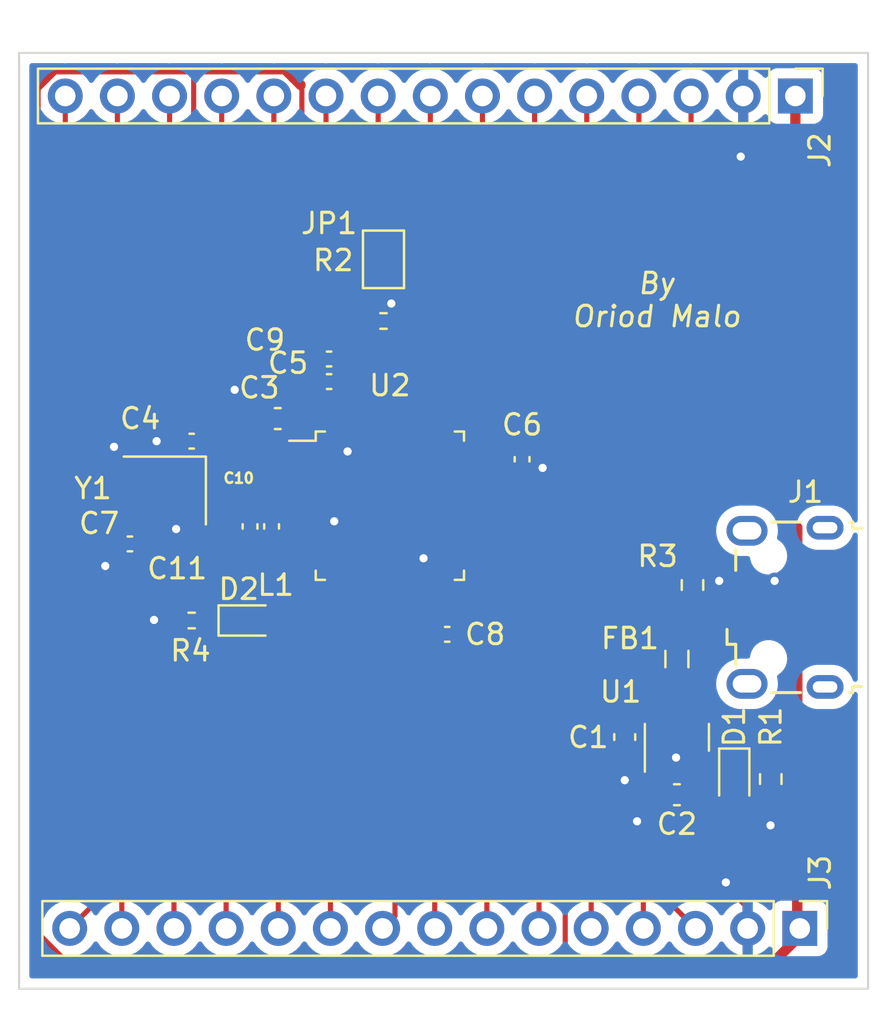
<source format=kicad_pcb>
(kicad_pcb (version 20211014) (generator pcbnew)
  (layers (0 "F.Cu" signal) (31 "B.Cu" power) (34 "B.Paste" user) (35 "F.Paste" user) (36 "B.SilkS" user "B.Silkscreen") (37 "F.SilkS" user "F.Silkscreen") (38 "B.Mask" user) (39 "F.Mask" user) (44 "Edge.Cuts" user))
  (net 0 "")
  (net 1 "VCC")
  (net 2 "GND")
  (net 3 "+3.3V")
  (net 4 "/HSE_IN")
  (net 5 "/HSE_OUT")
  (net 6 "+3.3VA")
  (net 7 "Net-(D1-Pad1)")
  (net 8 "Net-(D2-Pad1)")
  (net 9 "Net-(D2-Pad2)")
  (net 10 "+5V")
  (net 11 "USB_D-")
  (net 12 "USB_D+")
  (net 14 "SWDIO")
  (net 15 "SWCLK")
  (net 16 "PA15")
  (net 17 "SW0")
  (net 18 "PB4")
  (net 19 "PB5")
  (net 20 "PB6")
  (net 21 "PB7")
  (net 22 "PB8")
  (net 23 "PB9")
  (net 24 "PC13")
  (net 25 "PC14")
  (net 26 "PA10")
  (net 27 "PA9")
  (net 28 "PA8")
  (net 29 "PB11")
  (net 30 "PB10")
  (net 31 "PB2")
  (net 32 "PB1")
  (net 33 "PB0")
  (net 34 "PA7")
  (net 35 "PA6")
  (net 36 "PA5")
  (net 37 "PA4")
  (net 38 "PA3")
  (net 46 "/BOOT0")
  (net 47 "PC15")
  (footprint "Package_TO_SOT_SMD:SOT-23" (layer "F.Cu") (at 176.54 90.013 90)
    (fp_text reference "U1" (at 2.213 -2.74 180) (layer "F.SilkS"))
    (fp_text value "XC6206PxxxMR")
    (fp_line (start 0 1.56) (end -0.65 1.56) (layer "F.SilkS") (width 0.12))
    (fp_line (start 0 -1.56) (end -1.675 -1.56) (layer "F.SilkS") (width 0.12))
    (fp_line (start 0 1.56) (end 0.65 1.56) (layer "F.SilkS") (width 0.12))
    (fp_line (start 0 -1.56) (end 0.65 -1.56) (layer "F.SilkS") (width 0.12))
    (pad "1" smd roundrect (at -0.9375 -0.95 90) (size 1.475 0.6) (layers "F.Cu" "F.Paste" "F.Mask") (net 2 "GND"))
    (pad "2" smd roundrect (at -0.9375 0.95 90) (size 1.475 0.6) (layers "F.Cu" "F.Paste" "F.Mask") (net 3 "+3.3V"))
    (pad "3" smd roundrect (at 0.9375 0 90) (size 1.475 0.6) (layers "F.Cu" "F.Paste" "F.Mask") (net 1 "VCC"))
  )
  (footprint "LED_SMD:LED_0603_1608Metric" (layer "F.Cu") (at 179.334 92.045 -90)
    (fp_text reference "D1" (at -2.54 0 90) (layer "F.SilkS"))
    (fp_text value "GREEN")
    (fp_line (start -1.485 0.735) (end 0.8 0.735) (layer "F.SilkS") (width 0.12))
    (fp_line (start -1.485 -0.735) (end -1.485 0.735) (layer "F.SilkS") (width 0.12))
    (fp_line (start 0.8 -0.735) (end -1.485 -0.735) (layer "F.SilkS") (width 0.12))
    (pad "1" smd roundrect (at -0.7875 0 270) (size 0.875 0.95) (layers "F.Cu" "F.Paste" "F.Mask") (net 7 "Net-(D1-Pad1)"))
    (pad "2" smd roundrect (at 0.7875 0 270) (size 0.875 0.95) (layers "F.Cu" "F.Paste" "F.Mask") (net 3 "+3.3V"))
  )
  (footprint "Capacitor_SMD:C_0603_1608Metric" (layer "F.Cu") (at 157.1 74.5 180)
    (fp_text reference "C3" (at 0.9 1.5) (layer "F.SilkS"))
    (fp_text value "4u7")
    (fp_line (start -0.14058 -0.51) (end 0.14058 -0.51) (layer "F.SilkS") (width 0.12))
    (fp_line (start -0.14058 0.51) (end 0.14058 0.51) (layer "F.SilkS") (width 0.12))
    (pad "1" smd roundrect (at -0.775 0 180) (size 0.9 0.95) (layers "F.Cu" "F.Paste" "F.Mask") (net 3 "+3.3V"))
    (pad "2" smd roundrect (at 0.775 0 180) (size 0.9 0.95) (layers "F.Cu" "F.Paste" "F.Mask") (net 2 "GND"))
  )
  (footprint "Inductor_SMD:L_0805_2012Metric" (layer "F.Cu") (at 176.54 86.203 -90)
    (fp_text reference "FB1" (at -1.003 2.286 180) (layer "F.SilkS"))
    (fp_text value "100R")
    (fp_line (start -0.399622 0.56) (end 0.399622 0.56) (layer "F.SilkS") (width 0.12))
    (fp_line (start -0.399622 -0.56) (end 0.399622 -0.56) (layer "F.SilkS") (width 0.12))
    (pad "1" smd roundrect (at -1.0625 0 270) (size 0.875 1.2) (layers "F.Cu" "F.Paste" "F.Mask") (net 10 "+5V"))
    (pad "2" smd roundrect (at 1.0625 0 270) (size 0.875 1.2) (layers "F.Cu" "F.Paste" "F.Mask") (net 1 "VCC"))
  )
  (footprint "Crystal:Crystal_SMD_3225-4Pin_3.2x2.5mm" (layer "F.Cu") (at 151.6 78 180)
    (fp_text reference "Y1" (at 3.5 0.1) (layer "F.SilkS"))
    (fp_text value "16MHz")
    (fp_line (start -2 -1.65) (end -2 1.65) (layer "F.SilkS") (width 0.12))
    (fp_line (start -2 1.65) (end 2 1.65) (layer "F.SilkS") (width 0.12))
    (pad "1" smd rect (at -1.1 0.85 180) (size 1.4 1.2) (layers "F.Cu" "F.Paste" "F.Mask") (net 4 "/HSE_IN"))
    (pad "2" smd rect (at 1.1 0.85 180) (size 1.4 1.2) (layers "F.Cu" "F.Paste" "F.Mask") (net 2 "GND"))
    (pad "3" smd rect (at 1.1 -0.85 180) (size 1.4 1.2) (layers "F.Cu" "F.Paste" "F.Mask") (net 5 "/HSE_OUT"))
    (pad "4" smd rect (at -1.1 -0.85 180) (size 1.4 1.2) (layers "F.Cu" "F.Paste" "F.Mask") (net 2 "GND"))
  )
  (footprint "Capacitor_SMD:C_0402_1005Metric" (layer "F.Cu") (at 159.6 72.7)
    (fp_text reference "C5" (at -2 -0.9) (layer "F.SilkS"))
    (fp_text value "100n")
    (fp_line (start -0.107836 0.36) (end 0.107836 0.36) (layer "F.SilkS") (width 0.12))
    (fp_line (start -0.107836 -0.36) (end 0.107836 -0.36) (layer "F.SilkS") (width 0.12))
    (pad "1" smd roundrect (at -0.48 0) (size 0.56 0.62) (layers "F.Cu" "F.Paste" "F.Mask") (net 3 "+3.3V"))
    (pad "2" smd roundrect (at 0.48 0) (size 0.56 0.62) (layers "F.Cu" "F.Paste" "F.Mask") (net 2 "GND"))
  )
  (footprint "Connector_PinHeader_2.54mm:PinHeader_1x15_P2.54mm_Vertical" (layer "F.Cu") (at 182.31 58.8 -90)
    (fp_text reference "J2" (at 2.64 -1.19 90) (layer "F.SilkS"))
    (fp_text value "Conn_01x15")
    (fp_line (start 1.33 1.27) (end 1.33 36.89) (layer "F.SilkS") (width 0.12))
    (fp_line (start -1.33 -1.33) (end 0 -1.33) (layer "F.SilkS") (width 0.12))
    (fp_line (start -1.33 36.89) (end 1.33 36.89) (layer "F.SilkS") (width 0.12))
    (fp_line (start -1.33 1.27) (end -1.33 36.89) (layer "F.SilkS") (width 0.12))
    (fp_line (start -1.33 0) (end -1.33 -1.33) (layer "F.SilkS") (width 0.12))
    (fp_line (start -1.33 1.27) (end 1.33 1.27) (layer "F.SilkS") (width 0.12))
    (pad "1" thru_hole rect (at 0 0 270) (size 1.7 1.7) (drill 1) (layers *.Cu *.Mask) (net 3 "+3.3V"))
    (pad "2" thru_hole oval (at 0 2.54 270) (size 1.7 1.7) (drill 1) (layers *.Cu *.Mask) (net 2 "GND"))
    (pad "3" thru_hole oval (at 0 5.08 270) (size 1.7 1.7) (drill 1) (layers *.Cu *.Mask) (net 14 "SWDIO"))
    (pad "4" thru_hole oval (at 0 7.62 270) (size 1.7 1.7) (drill 1) (layers *.Cu *.Mask) (net 15 "SWCLK"))
    (pad "5" thru_hole oval (at 0 10.16 270) (size 1.7 1.7) (drill 1) (layers *.Cu *.Mask) (net 16 "PA15"))
    (pad "6" thru_hole oval (at 0 12.7 270) (size 1.7 1.7) (drill 1) (layers *.Cu *.Mask) (net 17 "SW0"))
    (pad "7" thru_hole oval (at 0 15.24 270) (size 1.7 1.7) (drill 1) (layers *.Cu *.Mask) (net 18 "PB4"))
    (pad "8" thru_hole oval (at 0 17.78 270) (size 1.7 1.7) (drill 1) (layers *.Cu *.Mask) (net 19 "PB5"))
    (pad "9" thru_hole oval (at 0 20.32 270) (size 1.7 1.7) (drill 1) (layers *.Cu *.Mask) (net 20 "PB6"))
    (pad "10" thru_hole oval (at 0 22.86 270) (size 1.7 1.7) (drill 1) (layers *.Cu *.Mask) (net 21 "PB7"))
    (pad "11" thru_hole oval (at 0 25.4 270) (size 1.7 1.7) (drill 1) (layers *.Cu *.Mask) (net 22 "PB8"))
    (pad "12" thru_hole oval (at 0 27.94 270) (size 1.7 1.7) (drill 1) (layers *.Cu *.Mask) (net 23 "PB9"))
    (pad "13" thru_hole oval (at 0 30.48 270) (size 1.7 1.7) (drill 1) (layers *.Cu *.Mask) (net 24 "PC13"))
    (pad "14" thru_hole oval (at 0 33.02 270) (size 1.7 1.7) (drill 1) (layers *.Cu *.Mask) (net 25 "PC14"))
    (pad "15" thru_hole oval (at 0 35.56 270) (size 1.7 1.7) (drill 1) (layers *.Cu *.Mask) (net 47 "PC15"))
  )
  (footprint "Capacitor_SMD:C_0603_1608Metric" (layer "F.Cu") (at 174 90 -90)
    (fp_text reference "C1" (at 0.013 1.778 180) (layer "F.SilkS"))
    (fp_text value "1u")
    (fp_line (start -0.14058 0.51) (end 0.14058 0.51) (layer "F.SilkS") (width 0.12))
    (fp_line (start -0.14058 -0.51) (end 0.14058 -0.51) (layer "F.SilkS") (width 0.12))
    (pad "1" smd roundrect (at -0.775 0 270) (size 0.9 0.95) (layers "F.Cu" "F.Paste" "F.Mask") (net 1 "VCC"))
    (pad "2" smd roundrect (at 0.775 0 270) (size 0.9 0.95) (layers "F.Cu" "F.Paste" "F.Mask") (net 2 "GND"))
  )
  (footprint "Capacitor_SMD:C_0402_1005Metric" (layer "F.Cu") (at 169 76.48 -90)
    (fp_text reference "C6" (at -1.68 0 180) (layer "F.SilkS"))
    (fp_text value "100n")
    (fp_line (start -0.107836 0.36) (end 0.107836 0.36) (layer "F.SilkS") (width 0.12))
    (fp_line (start -0.107836 -0.36) (end 0.107836 -0.36) (layer "F.SilkS") (width 0.12))
    (pad "1" smd roundrect (at -0.48 0 270) (size 0.56 0.62) (layers "F.Cu" "F.Paste" "F.Mask") (net 3 "+3.3V"))
    (pad "2" smd roundrect (at 0.48 0 270) (size 0.56 0.62) (layers "F.Cu" "F.Paste" "F.Mask") (net 2 "GND"))
  )
  (footprint "Capacitor_SMD:C_0402_1005Metric" (layer "F.Cu") (at 156.8 79.75 90)
    (fp_text reference "C10" (at 2.35 -1.6 180) (layer "F.SilkS") (effects (font (size 0.5 0.5) (thickness 0.125))))
    (fp_text value "1u")
    (fp_line (start -0.107836 0.36) (end 0.107836 0.36) (layer "F.SilkS") (width 0.12))
    (fp_line (start -0.107836 -0.36) (end 0.107836 -0.36) (layer "F.SilkS") (width 0.12))
    (pad "1" smd roundrect (at -0.48 0 90) (size 0.56 0.62) (layers "F.Cu" "F.Paste" "F.Mask") (net 6 "+3.3VA"))
    (pad "2" smd roundrect (at 0.48 0 90) (size 0.56 0.62) (layers "F.Cu" "F.Paste" "F.Mask") (net 2 "GND"))
  )
  (footprint "Capacitor_SMD:C_0402_1005Metric" (layer "F.Cu") (at 155.75 79.75 90)
    (fp_text reference "C11" (at -2.05 -3.55 180) (layer "F.SilkS"))
    (fp_text value "100n")
    (fp_line (start -0.107836 0.36) (end 0.107836 0.36) (layer "F.SilkS") (width 0.12))
    (fp_line (start -0.107836 -0.36) (end 0.107836 -0.36) (layer "F.SilkS") (width 0.12))
    (pad "1" smd roundrect (at -0.48 0 90) (size 0.56 0.62) (layers "F.Cu" "F.Paste" "F.Mask") (net 6 "+3.3VA"))
    (pad "2" smd roundrect (at 0.48 0 90) (size 0.56 0.62) (layers "F.Cu" "F.Paste" "F.Mask") (net 2 "GND"))
  )
  (footprint "Resistor_SMD:R_0603_1608Metric" (layer "F.Cu") (at 177.3 82.6 -90)
    (fp_text reference "R3" (at -1.4 1.7 180) (layer "F.SilkS"))
    (fp_text value "1k5")
    (fp_line (start -0.237258 0.5225) (end 0.237258 0.5225) (layer "F.SilkS") (width 0.12))
    (fp_line (start -0.237258 -0.5225) (end 0.237258 -0.5225) (layer "F.SilkS") (width 0.12))
    (pad "1" smd roundrect (at -0.825 0 270) (size 0.8 0.95) (layers "F.Cu" "F.Paste" "F.Mask") (net 3 "+3.3V"))
    (pad "2" smd roundrect (at 0.825 0 270) (size 0.8 0.95) (layers "F.Cu" "F.Paste" "F.Mask") (net 12 "USB_D+"))
  )
  (footprint "Capacitor_SMD:C_0603_1608Metric" (layer "F.Cu") (at 176.54 92.807 180)
    (fp_text reference "C2" (at 0 -1.43) (layer "F.SilkS"))
    (fp_text value "1u")
    (fp_line (start -0.14058 0.51) (end 0.14058 0.51) (layer "F.SilkS") (width 0.12))
    (fp_line (start -0.14058 -0.51) (end 0.14058 -0.51) (layer "F.SilkS") (width 0.12))
    (pad "1" smd roundrect (at -0.775 0 180) (size 0.9 0.95) (layers "F.Cu" "F.Paste" "F.Mask") (net 3 "+3.3V"))
    (pad "2" smd roundrect (at 0.775 0 180) (size 0.9 0.95) (layers "F.Cu" "F.Paste" "F.Mask") (net 2 "GND"))
  )
  (footprint "Capacitor_SMD:C_0402_1005Metric" (layer "F.Cu") (at 165.354 85 180)
    (fp_text reference "C8" (at -1.846 0) (layer "F.SilkS"))
    (fp_text value "100n")
    (fp_line (start -0.107836 0.36) (end 0.107836 0.36) (layer "F.SilkS") (width 0.12))
    (fp_line (start -0.107836 -0.36) (end 0.107836 -0.36) (layer "F.SilkS") (width 0.12))
    (pad "1" smd roundrect (at -0.48 0 180) (size 0.56 0.62) (layers "F.Cu" "F.Paste" "F.Mask") (net 3 "+3.3V"))
    (pad "2" smd roundrect (at 0.48 0 180) (size 0.56 0.62) (layers "F.Cu" "F.Paste" "F.Mask") (net 2 "GND"))
  )
  (footprint "Resistor_SMD:R_0402_1005Metric" (layer "F.Cu") (at 152.908 84.328 180)
    (fp_text reference "R4" (at 0.058 -1.472) (layer "F.SilkS"))
    (fp_text value "1k5")
    (fp_line (start -0.153641 -0.38) (end 0.153641 -0.38) (layer "F.SilkS") (width 0.12))
    (fp_line (start -0.153641 0.38) (end 0.153641 0.38) (layer "F.SilkS") (width 0.12))
    (pad "1" smd roundrect (at -0.51 0 180) (size 0.54 0.64) (layers "F.Cu" "F.Paste" "F.Mask") (net 8 "Net-(D2-Pad1)"))
    (pad "2" smd roundrect (at 0.51 0 180) (size 0.54 0.64) (layers "F.Cu" "F.Paste" "F.Mask") (net 2 "GND"))
  )
  (footprint "Package_QFP:LQFP-48_7x7mm_P0.5mm" (layer "F.Cu") (at 162.56 78.74)
    (fp_text reference "U2" (at 0 -5.85) (layer "F.SilkS"))
    (fp_text value "STM32F103C8T6")
    (fp_line (start -3.16 3.61) (end -3.61 3.61) (layer "F.SilkS") (width 0.12))
    (fp_line (start 3.16 3.61) (end 3.61 3.61) (layer "F.SilkS") (width 0.12))
    (fp_line (start -3.61 -3.16) (end -4.9 -3.16) (layer "F.SilkS") (width 0.12))
    (fp_line (start 3.61 3.61) (end 3.61 3.16) (layer "F.SilkS") (width 0.12))
    (fp_line (start -3.61 -3.61) (end -3.61 -3.16) (layer "F.SilkS") (width 0.12))
    (fp_line (start -3.61 3.61) (end -3.61 3.16) (layer "F.SilkS") (width 0.12))
    (fp_line (start 3.16 -3.61) (end 3.61 -3.61) (layer "F.SilkS") (width 0.12))
    (fp_line (start -3.16 -3.61) (end -3.61 -3.61) (layer "F.SilkS") (width 0.12))
    (fp_line (start 3.61 -3.61) (end 3.61 -3.16) (layer "F.SilkS") (width 0.12))
    (pad "1" smd roundrect (at -4.1625 -2.75) (size 1.475 0.3) (layers "F.Cu" "F.Paste" "F.Mask") (net 3 "+3.3V"))
    (pad "2" smd roundrect (at -4.1625 -2.25) (size 1.475 0.3) (layers "F.Cu" "F.Paste" "F.Mask") (net 24 "PC13"))
    (pad "3" smd roundrect (at -4.1625 -1.75) (size 1.475 0.3) (layers "F.Cu" "F.Paste" "F.Mask") (net 25 "PC14"))
    (pad "4" smd roundrect (at -4.1625 -1.25) (size 1.475 0.3) (layers "F.Cu" "F.Paste" "F.Mask") (net 47 "PC15"))
    (pad "5" smd roundrect (at -4.1625 -0.75) (size 1.475 0.3) (layers "F.Cu" "F.Paste" "F.Mask") (net 4 "/HSE_IN"))
    (pad "6" smd roundrect (at -4.1625 -0.25) (size 1.475 0.3) (layers "F.Cu" "F.Paste" "F.Mask") (net 5 "/HSE_OUT"))
    (pad "7" smd roundrect (at -4.1625 0.25) (size 1.475 0.3) (layers "F.Cu" "F.Paste" "F.Mask"))
    (pad "8" smd roundrect (at -4.1625 0.75) (size 1.475 0.3) (layers "F.Cu" "F.Paste" "F.Mask") (net 2 "GND"))
    (pad "9" smd roundrect (at -4.1625 1.25) (size 1.475 0.3) (layers "F.Cu" "F.Paste" "F.Mask") (net 6 "+3.3VA"))
    (pad "10" smd roundrect (at -4.1625 1.75) (size 1.475 0.3) (layers "F.Cu" "F.Paste" "F.Mask"))
    (pad "11" smd roundrect (at -4.1625 2.25) (size 1.475 0.3) (layers "F.Cu" "F.Paste" "F.Mask") (net 9 "Net-(D2-Pad2)"))
    (pad "12" smd roundrect (at -4.1625 2.75) (size 1.475 0.3) (layers "F.Cu" "F.Paste" "F.Mask"))
    (pad "13" smd roundrect (at -2.75 4.1625) (size 0.3 1.475) (layers "F.Cu" "F.Paste" "F.Mask") (net 38 "PA3"))
    (pad "14" smd roundrect (at -2.25 4.1625) (size 0.3 1.475) (layers "F.Cu" "F.Paste" "F.Mask") (net 37 "PA4"))
    (pad "15" smd roundrect (at -1.75 4.1625) (size 0.3 1.475) (layers "F.Cu" "F.Paste" "F.Mask") (net 36 "PA5"))
    (pad "16" smd roundrect (at -1.25 4.1625) (size 0.3 1.475) (layers "F.Cu" "F.Paste" "F.Mask") (net 35 "PA6"))
    (pad "17" smd roundrect (at -0.75 4.1625) (size 0.3 1.475) (layers "F.Cu" "F.Paste" "F.Mask") (net 34 "PA7"))
    (pad "18" smd roundrect (at -0.25 4.1625) (size 0.3 1.475) (layers "F.Cu" "F.Paste" "F.Mask") (net 33 "PB0"))
    (pad "19" smd roundrect (at 0.25 4.1625) (size 0.3 1.475) (layers "F.Cu" "F.Paste" "F.Mask") (net 32 "PB1"))
    (pad "20" smd roundrect (at 0.75 4.1625) (size 0.3 1.475) (layers "F.Cu" "F.Paste" "F.Mask") (net 31 "PB2"))
    (pad "21" smd roundrect (at 1.25 4.1625) (size 0.3 1.475) (layers "F.Cu" "F.Paste" "F.Mask") (net 30 "PB10"))
    (pad "22" smd roundrect (at 1.75 4.1625) (size 0.3 1.475) (layers "F.Cu" "F.Paste" "F.Mask") (net 29 "PB11"))
    (pad "23" smd roundrect (at 2.25 4.1625) (size 0.3 1.475) (layers "F.Cu" "F.Paste" "F.Mask") (net 2 "GND"))
    (pad "24" smd roundrect (at 2.75 4.1625) (size 0.3 1.475) (layers "F.Cu" "F.Paste" "F.Mask") (net 3 "+3.3V"))
    (pad "25" smd roundrect (at 4.1625 2.75) (size 1.475 0.3) (layers "F.Cu" "F.Paste" "F.Mask"))
    (pad "26" smd roundrect (at 4.1625 2.25) (size 1.475 0.3) (layers "F.Cu" "F.Paste" "F.Mask"))
    (pad "27" smd roundrect (at 4.1625 1.75) (size 1.475 0.3) (layers "F.Cu" "F.Paste" "F.Mask"))
    (pad "28" smd roundrect (at 4.1625 1.25) (size 1.475 0.3) (layers "F.Cu" "F.Paste" "F.Mask"))
    (pad "29" smd roundrect (at 4.1625 0.75) (size 1.475 0.3) (layers "F.Cu" "F.Paste" "F.Mask") (net 28 "PA8"))
    (pad "30" smd roundrect (at 4.1625 0.25) (size 1.475 0.3) (layers "F.Cu" "F.Paste" "F.Mask") (net 27 "PA9"))
    (pad "31" smd roundrect (at 4.1625 -0.25) (size 1.475 0.3) (layers "F.Cu" "F.Paste" "F.Mask") (net 26 "PA10"))
    (pad "32" smd roundrect (at 4.1625 -0.75) (size 1.475 0.3) (layers "F.Cu" "F.Paste" "F.Mask") (net 11 "USB_D-"))
    (pad "33" smd roundrect (at 4.1625 -1.25) (size 1.475 0.3) (layers "F.Cu" "F.Paste" "F.Mask") (net 12 "USB_D+"))
    (pad "34" smd roundrect (at 4.1625 -1.75) (size 1.475 0.3) (layers "F.Cu" "F.Paste" "F.Mask") (net 14 "SWDIO"))
    (pad "35" smd roundrect (at 4.1625 -2.25) (size 1.475 0.3) (layers "F.Cu" "F.Paste" "F.Mask") (net 2 "GND"))
    (pad "36" smd roundrect (at 4.1625 -2.75) (size 1.475 0.3) (layers "F.Cu" "F.Paste" "F.Mask") (net 3 "+3.3V"))
    (pad "37" smd roundrect (at 2.75 -4.1625) (size 0.3 1.475) (layers "F.Cu" "F.Paste" "F.Mask") (net 15 "SWCLK"))
    (pad "38" smd roundrect (at 2.25 -4.1625) (size 0.3 1.475) (layers "F.Cu" "F.Paste" "F.Mask") (net 16 "PA15"))
    (pad "39" smd roundrect (at 1.75 -4.1625) (size 0.3 1.475) (layers "F.Cu" "F.Paste" "F.Mask") (net 17 "SW0"))
    (pad "40" smd roundrect (at 1.25 -4.1625) (size 0.3 1.475) (layers "F.Cu" "F.Paste" "F.Mask") (net 18 "PB4"))
    (pad "41" smd roundrect (at 0.75 -4.1625) (size 0.3 1.475) (layers "F.Cu" "F.Paste" "F.Mask") (net 19 "PB5"))
    (pad "42" smd roundrect (at 0.25 -4.1625) (size 0.3 1.475) (layers "F.Cu" "F.Paste" "F.Mask") (net 20 "PB6"))
    (pad "43" smd roundrect (at -0.25 -4.1625) (size 0.3 1.475) (layers "F.Cu" "F.Paste" "F.Mask") (net 21 "PB7"))
    (pad "44" smd roundrect (at -0.75 -4.1625) (size 0.3 1.475) (layers "F.Cu" "F.Paste" "F.Mask") (net 46 "/BOOT0"))
    (pad "45" smd roundrect (at -1.25 -4.1625) (size 0.3 1.475) (layers "F.Cu" "F.Paste" "F.Mask") (net 22 "PB8"))
    (pad "46" smd roundrect (at -1.75 -4.1625) (size 0.3 1.475) (layers "F.Cu" "F.Paste" "F.Mask") (net 23 "PB9"))
    (pad "47" smd roundrect (at -2.25 -4.1625) (size 0.3 1.475) (layers "F.Cu" "F.Paste" "F.Mask") (net 2 "GND"))
    (pad "48" smd roundrect (at -2.75 -4.1625) (size 0.3 1.475) (layers "F.Cu" "F.Paste" "F.Mask") (net 3 "+3.3V"))
  )
  (footprint "Resistor_SMD:R_0603_1608Metric" (layer "F.Cu") (at 181.112 92.045 -90)
    (fp_text reference "R1" (at -2.54 0 90) (layer "F.SilkS"))
    (fp_text value "1k5")
    (fp_line (start -0.237258 0.5225) (end 0.237258 0.5225) (layer "F.SilkS") (width 0.12))
    (fp_line (start -0.237258 -0.5225) (end 0.237258 -0.5225) (layer "F.SilkS") (width 0.12))
    (pad "1" smd roundrect (at -0.825 0 270) (size 0.8 0.95) (layers "F.Cu" "F.Paste" "F.Mask") (net 7 "Net-(D1-Pad1)"))
    (pad "2" smd roundrect (at 0.825 0 270) (size 0.8 0.95) (layers "F.Cu" "F.Paste" "F.Mask") (net 2 "GND"))
  )
  (footprint "Connector_USB:USB_Micro-B_Wuerth_629105150521" (layer "F.Cu") (at 181.806 83.686 90)
    (fp_text reference "J1" (at 5.611 0.994 180) (layer "F.SilkS"))
    (fp_text value "USB_B_Micro")
    (fp_line (start -4.15 3.15) (end -4.15 3.3) (layer "F.SilkS") (width 0.15))
    (fp_line (start -1.8 -2.4) (end -2.8 -2.4) (layer "F.SilkS") (width 0.15))
    (fp_line (start 4.15 3.3) (end 4.15 3.15) (layer "F.SilkS") (width 0.15))
    (fp_line (start 3.85 3.3) (end 4.15 3.3) (layer "F.SilkS") (width 0.15))
    (fp_line (start 1.8 -2.4) (end 2.8 -2.4) (layer "F.SilkS") (width 0.15))
    (fp_line (start -1.8 -2.825) (end -1.8 -2.4) (layer "F.SilkS") (width 0.15))
    (fp_line (start 4.15 0.75) (end 4.15 -0.65) (layer "F.SilkS") (width 0.15))
    (fp_line (start -1.075 -2.825) (end -1.8 -2.825) (layer "F.SilkS") (width 0.15))
    (fp_line (start -3.85 3.3) (end -3.85 3.75) (layer "F.SilkS") (width 0.15))
    (fp_line (start 3.85 3.75) (end 3.85 3.3) (layer "F.SilkS") (width 0.15))
    (fp_line (start -4.15 3.3) (end -3.85 3.3) (layer "F.SilkS") (width 0.15))
    (fp_line (start -4.15 -0.65) (end -4.15 0.75) (layer "F.SilkS") (width 0.15))
    (pad "" np_thru_hole oval (at -2.5 -0.8 90) (size 0.8 0.8) (drill 0.8) (layers *.Cu *.Mask))
    (pad "" np_thru_hole oval (at 2.5 -0.8 90) (size 0.8 0.8) (drill 0.8) (layers *.Cu *.Mask))
    (pad "1" smd rect (at -1.3 -1.9 90) (size 0.45 1.3) (layers "F.Cu" "F.Paste" "F.Mask") (net 10 "+5V"))
    (pad "2" smd rect (at -0.65 -1.9 90) (size 0.45 1.3) (layers "F.Cu" "F.Paste" "F.Mask") (net 11 "USB_D-"))
    (pad "3" smd rect (at 0 -1.9 90) (size 0.45 1.3) (layers "F.Cu" "F.Paste" "F.Mask") (net 12 "USB_D+"))
    (pad "4" smd rect (at 0.65 -1.9 90) (size 0.45 1.3) (layers "F.Cu" "F.Paste" "F.Mask"))
    (pad "5" smd rect (at 1.3 -1.9 90) (size 0.45 1.3) (layers "F.Cu" "F.Paste" "F.Mask") (net 2 "GND"))
    (pad "6" thru_hole oval (at -3.725 -1.85 90) (size 1.45 2) (drill oval 0.85 1.4) (layers *.Cu *.Mask))
    (pad "6" thru_hole oval (at -3.875 1.95 90) (size 1.15 1.8) (drill oval 0.55 1.2) (layers *.Cu *.Mask))
    (pad "6" thru_hole oval (at 3.875 1.95 90) (size 1.15 1.8) (drill oval 0.55 1.2) (layers *.Cu *.Mask))
    (pad "6" thru_hole oval (at 3.725 -1.85 90) (size 1.45 2) (drill oval 0.85 1.4) (layers *.Cu *.Mask))
  )
  (footprint "Jumper:SolderJumper-2_P1.3mm_Open_Pad1.0x1.5mm" (layer "F.Cu") (at 162.25 66.75 -90)
    (fp_text reference "JP1" (at -1.75 2.65 180) (layer "F.SilkS"))
    (fp_text value "SolderJumper_2_Open")
    (fp_line (start -1.4 1) (end -1.4 -1) (layer "F.SilkS") (width 0.12))
    (fp_line (start 1.4 -1) (end 1.4 1) (layer "F.SilkS") (width 0.12))
    (fp_line (start 1.4 1) (end -1.4 1) (layer "F.SilkS") (width 0.12))
    (fp_line (start -1.4 -1) (end 1.4 -1) (layer "F.SilkS") (width 0.12))
    (pad "1" smd rect (at -0.65 0 270) (size 1 1.5) (layers "F.Cu" "F.Mask") (net 3 "+3.3V"))
    (pad "2" smd rect (at 0.65 0 270) (size 1 1.5) (layers "F.Cu" "F.Mask") (net 46 "/BOOT0"))
  )
  (footprint "Capacitor_SMD:C_0402_1005Metric" (layer "F.Cu") (at 149.9 80.6 180)
    (fp_text reference "C7" (at 1.5 1) (layer "F.SilkS"))
    (fp_text value "10p")
    (fp_line (start -0.107836 0.36) (end 0.107836 0.36) (layer "F.SilkS") (width 0.12))
    (fp_line (start -0.107836 -0.36) (end 0.107836 -0.36) (layer "F.SilkS") (width 0.12))
    (pad "1" smd roundrect (at -0.48 0 180) (size 0.56 0.62) (layers "F.Cu" "F.Paste" "F.Mask") (net 5 "/HSE_OUT"))
    (pad "2" smd roundrect (at 0.48 0 180) (size 0.56 0.62) (layers "F.Cu" "F.Paste" "F.Mask") (net 2 "GND"))
  )
  (footprint "LED_SMD:LED_0603_1608Metric" (layer "F.Cu") (at 155.702 84.328)
    (fp_text reference "D2" (at -0.502 -1.528) (layer "F.SilkS"))
    (fp_text value "BLUE")
    (fp_line (start 0.8 -0.735) (end -1.485 -0.735) (layer "F.SilkS") (width 0.12))
    (fp_line (start -1.485 -0.735) (end -1.485 0.735) (layer "F.SilkS") (width 0.12))
    (fp_line (start -1.485 0.735) (end 0.8 0.735) (layer "F.SilkS") (width 0.12))
    (pad "1" smd roundrect (at -0.7875 0) (size 0.875 0.95) (layers "F.Cu" "F.Paste" "F.Mask") (net 8 "Net-(D2-Pad1)"))
    (pad "2" smd roundrect (at 0.7875 0) (size 0.875 0.95) (layers "F.Cu" "F.Paste" "F.Mask") (net 9 "Net-(D2-Pad2)"))
  )
  (footprint "Capacitor_SMD:C_0402_1005Metric" (layer "F.Cu") (at 152.908 75.6 180)
    (fp_text reference "C4" (at 2.508 1.1) (layer "F.SilkS"))
    (fp_text value "10p")
    (fp_line (start -0.107836 -0.36) (end 0.107836 -0.36) (layer "F.SilkS") (width 0.12))
    (fp_line (start -0.107836 0.36) (end 0.107836 0.36) (layer "F.SilkS") (width 0.12))
    (pad "1" smd roundrect (at -0.48 0 180) (size 0.56 0.62) (layers "F.Cu" "F.Paste" "F.Mask") (net 4 "/HSE_IN"))
    (pad "2" smd roundrect (at 0.48 0 180) (size 0.56 0.62) (layers "F.Cu" "F.Paste" "F.Mask") (net 2 "GND"))
  )
  (footprint "Resistor_SMD:R_0402_1005Metric" (layer "F.Cu") (at 162.25 69.75)
    (fp_text reference "R2" (at -2.45 -2.95) (layer "F.SilkS"))
    (fp_text value "10k")
    (fp_line (start -0.153641 -0.38) (end 0.153641 -0.38) (layer "F.SilkS") (width 0.12))
    (fp_line (start -0.153641 0.38) (end 0.153641 0.38) (layer "F.SilkS") (width 0.12))
    (pad "1" smd roundrect (at -0.51 0) (size 0.54 0.64) (layers "F.Cu" "F.Paste" "F.Mask") (net 46 "/BOOT0"))
    (pad "2" smd roundrect (at 0.51 0) (size 0.54 0.64) (layers "F.Cu" "F.Paste" "F.Mask") (net 2 "GND"))
  )
  (footprint "Inductor_SMD:L_0402_1005Metric" (layer "F.Cu") (at 155.28 81.32)
    (fp_text reference "L1" (at 1.72 1.28) (layer "F.SilkS"))
    (fp_text value "27n")
    (pad "1" smd roundrect (at -0.485 0) (size 0.59 0.64) (layers "F.Cu" "F.Paste" "F.Mask") (net 3 "+3.3V"))
    (pad "2" smd roundrect (at 0.485 0) (size 0.59 0.64) (layers "F.Cu" "F.Paste" "F.Mask") (net 6 "+3.3VA"))
  )
  (footprint "Capacitor_SMD:C_0402_1005Metric" (layer "F.Cu") (at 159.6 71.6)
    (fp_text reference "C9" (at -3.125 -0.925) (layer "F.SilkS"))
    (fp_text value "100n")
    (fp_line (start -0.107836 0.36) (end 0.107836 0.36) (layer "F.SilkS") (width 0.12))
    (fp_line (start -0.107836 -0.36) (end 0.107836 -0.36) (layer "F.SilkS") (width 0.12))
    (pad "1" smd roundrect (at -0.48 0) (size 0.56 0.62) (layers "F.Cu" "F.Paste" "F.Mask") (net 3 "+3.3V"))
    (pad "2" smd roundrect (at 0.48 0) (size 0.56 0.62) (layers "F.Cu" "F.Paste" "F.Mask") (net 2 "GND"))
  )
  (footprint "Connector_PinHeader_2.54mm:PinHeader_1x15_P2.54mm_Vertical" (layer "F.Cu") (at 182.525 99.314 -90)
    (fp_text reference "J3" (at -2.714 -0.991 -90) (layer "F.SilkS"))
    (fp_text value "Conn_01x15")
    (fp_line (start -1.33 0) (end -1.33 -1.33) (layer "F.SilkS") (width 0.12))
    (fp_line (start -1.33 1.27) (end 1.33 1.27) (layer "F.SilkS") (width 0.12))
    (fp_line (start -1.33 36.89) (end 1.33 36.89) (layer "F.SilkS") (width 0.12))
    (fp_line (start 1.33 1.27) (end 1.33 36.89) (layer "F.SilkS") (width 0.12))
    (fp_line (start -1.33 1.27) (end -1.33 36.89) (layer "F.SilkS") (width 0.12))
    (fp_line (start -1.33 -1.33) (end 0 -1.33) (layer "F.SilkS") (width 0.12))
    (pad "1" thru_hole rect (at 0 0 270) (size 1.7 1.7) (drill 1) (layers *.Cu *.Mask) (net 3 "+3.3V"))
    (pad "2" thru_hole oval (at 0 2.54 270) (size 1.7 1.7) (drill 1) (layers *.Cu *.Mask) (net 2 "GND"))
    (pad "3" thru_hole oval (at 0 5.08 270) (size 1.7 1.7) (drill 1) (layers *.Cu *.Mask) (net 26 "PA10"))
    (pad "4" thru_hole oval (at 0 7.62 270) (size 1.7 1.7) (drill 1) (layers *.Cu *.Mask) (net 27 "PA9"))
    (pad "5" thru_hole oval (at 0 10.16 270) (size 1.7 1.7) (drill 1) (layers *.Cu *.Mask) (net 28 "PA8"))
    (pad "6" thru_hole oval (at 0 12.7 270) (size 1.7 1.7) (drill 1) (layers *.Cu *.Mask) (net 29 "PB11"))
    (pad "7" thru_hole oval (at 0 15.24 270) (size 1.7 1.7) (drill 1) (layers *.Cu *.Mask) (net 30 "PB10"))
    (pad "8" thru_hole oval (at 0 17.78 270) (size 1.7 1.7) (drill 1) (layers *.Cu *.Mask) (net 31 "PB2"))
    (pad "9" thru_hole oval (at 0 20.32 270) (size 1.7 1.7) (drill 1) (layers *.Cu *.Mask) (net 32 "PB1"))
    (pad "10" thru_hole oval (at 0 22.86 270) (size 1.7 1.7) (drill 1) (layers *.Cu *.Mask) (net 33 "PB0"))
    (pad "11" thru_hole oval (at 0 25.4 270) (size 1.7 1.7) (drill 1) (layers *.Cu *.Mask) (net 34 "PA7"))
    (pad "12" thru_hole oval (at 0 27.94 270) (size 1.7 1.7) (drill 1) (layers *.Cu *.Mask) (net 35 "PA6"))
    (pad "13" thru_hole oval (at 0 30.48 270) (size 1.7 1.7) (drill 1) (layers *.Cu *.Mask) (net 36 "PA5"))
    (pad "14" thru_hole oval (at 0 33.02 270) (size 1.7 1.7) (drill 1) (layers *.Cu *.Mask) (net 37 "PA4"))
    (pad "15" thru_hole oval (at 0 35.56 270) (size 1.7 1.7) (drill 1) (layers *.Cu *.Mask) (net 38 "PA3"))
  )
  (gr_rect (start 185.85 102.25) (end 144.5 56.7) (layer "Edge.Cuts") (width 0.1) (fill none))
  (gr_text "By\nOriod Malo\n" (at 175.55 68.725) (layer "F.SilkS") (effects (font (size 1 1) (thickness 0.15) italic)))
  (segment (start 176.54 89.0755) (end 174.1495 89.0755) (width 0.5) (layer "F.Cu") (net 1))
  (segment (start 176.54 87.2655) (end 176.54 89.0755) (width 0.5) (layer "F.Cu") (net 1))
  (segment (start 174.1495 89.0755) (end 174 89.225) (width 0.5) (layer "F.Cu") (net 1))
  (segment (start 181.112 94.288) (end 181.1 94.3) (width 0.25) (layer "F.Cu") (net 2))
  (segment (start 164.81 81.91) (end 164.2 81.3) (width 0.25) (layer "F.Cu") (net 2))
  (segment (start 181.112 92.87) (end 181.112 94.288) (width 0.25) (layer "F.Cu") (net 2))
  (segment (start 156.325 74.425) (end 155 73.1) (width 0.25) (layer "F.Cu") (net 2))
  (segment (start 178.614 82.386) (end 178.6 82.4) (width 0.25) (layer "F.Cu") (net 2))
  (segment (start 160.08 72.7) (end 160.08 71.6) (width 0.25) (layer "F.Cu") (net 2))
  (segment (start 179.906 82.386) (end 178.614 82.386) (width 0.25) (layer "F.Cu") (net 2))
  (segment (start 149.42 80.6) (end 149.42 80.955) (width 0.25) (layer "F.Cu") (net 2))
  (segment (start 174 90.775) (end 174 92.1) (width 0.25) (layer "F.Cu") (net 2))
  (segment (start 149.42 80.955) (end 148.7 81.675) (width 0.25) (layer "F.Cu") (net 2))
  (segment (start 156.325 74.5) (end 156.325 74.425) (width 0.25) (layer "F.Cu") (net 2))
  (segment (start 152.7 79.3255) (end 152.15 79.8755) (width 0.3) (layer "F.Cu") (net 2))
  (segment (start 169 76.96) (end 169.9405 76.96) (width 0.25) (layer "F.Cu") (net 2))
  (segment (start 160.31 75.91) (end 160.5 76.1) (width 0.25) (layer "F.Cu") (net 2))
  (segment (start 169.9405 76.96) (end 170 76.9005) (width 0.25) (layer "F.Cu") (net 2))
  (segment (start 179.906 82.386) (end 181.286 82.386) (width 0.25) (layer "F.Cu") (net 2))
  (segment (start 160.31 74.5775) (end 160.31 72.93) (width 0.25) (layer "F.Cu") (net 2))
  (segment (start 158.3975 79.49) (end 159.84 79.49) (width 0.25) (layer "F.Cu") (net 2))
  (segment (start 179.77 58.8) (end 179.77 61.63) (width 0.5) (layer "F.Cu") (net 2))
  (segment (start 162.76 69.75) (end 162.76 69.0295) (width 0.25) (layer "F.Cu") (net 2))
  (segment (start 175.765 92.807) (end 175.765 91.1255) (width 0.25) (layer "F.Cu") (net 2))
  (segment (start 152.398 84.328) (end 151.103 84.328) (width 0.25) (layer "F.Cu") (net 2))
  (segment (start 168.96 77) (end 169 76.96) (width 0.25) (layer "F.Cu") (net 2))
  (segment (start 167.89 76.49) (end 168.4 77) (width 0.25) (layer "F.Cu") (net 2))
  (segment (start 166.7225 76.49) (end 167.89 76.49) (width 0.25) (layer "F.Cu") (net 2))
  (segment (start 174.1755 90.9505) (end 174 90.775) (width 0.25) (layer "F.Cu") (net 2))
  (segment (start 164.874 85) (end 164.81 84.936) (width 0.25) (layer "F.Cu") (net 2))
  (segment (start 158.3975 79.49) (end 157.02 79.49) (width 0.25) (layer "F.Cu") (net 2))
  (segment (start 159.84 79.49) (end 159.85 79.5) (width 0.25) (layer "F.Cu") (net 2))
  (segment (start 164.81 82.9025) (end 164.81 81.91) (width 0.25) (layer "F.Cu") (net 2))
  (segment (start 175.765 92.935) (end 174.6 94.1) (width 0.25) (layer "F.Cu") (net 2))
  (segment (start 152.7 78.85) (end 152.7 79.3255) (width 0.3) (layer "F.Cu") (net 2))
  (segment (start 181.286 82.386) (end 181.3 82.4) (width 0.25) (layer "F.Cu") (net 2))
  (segment (start 164.81 84.936) (end 164.81 82.9025) (width 0.25) (layer "F.Cu") (net 2))
  (segment (start 162.76 69.0295) (end 162.6305 68.9) (width 0.25) (layer "F.Cu") (net 2))
  (segment (start 176.4505 90.9505) (end 176.5 91) (width 0.25) (layer "F.Cu") (net 2))
  (segment (start 175.765 91.1255) (end 175.59 90.9505) (width 0.25) (layer "F.Cu") (net 2))
  (segment (start 156.8 79.27) (end 155.75 79.27) (width 0.25) (layer "F.Cu") (net 2))
  (segment (start 160.31 74.5775) (end 160.31 75.91) (width 0.25) (layer "F.Cu") (net 2))
  (segment (start 150.5 77.15) (end 150.4 77.15) (width 0.3) (layer "F.Cu") (net 2))
  (segment (start 179.985 99.314) (end 179.985 98.135) (width 0.5) (layer "F.Cu") (net 2))
  (segment (start 175.59 90.9505) (end 174.1755 90.9505) (width 0.25) (layer "F.Cu") (net 2))
  (segment (start 150.4 77.15) (end 149.125 75.875) (width 0.3) (layer "F.Cu") (net 2))
  (segment (start 175.59 90.9505) (end 176.4505 90.9505) (width 0.25) (layer "F.Cu") (net 2))
  (segment (start 160.31 72.93) (end 160.08 72.7) (width 0.25) (layer "F.Cu") (net 2))
  (segment (start 179.985 98.135) (end 178.925 97.075) (width 0.5) (layer "F.Cu") (net 2))
  (segment (start 175.765 92.807) (end 175.765 92.935) (width 0.25) (layer "F.Cu") (net 2))
  (segment (start 168.4 77) (end 168.96 77) (width 0.25) (layer "F.Cu") (net 2))
  (segment (start 157.02 79.49) (end 156.8 79.27) (width 0.25) (layer "F.Cu") (net 2))
  (segment (start 151.103 84.328) (end 151.075 84.3) (width 0.25) (layer "F.Cu") (net 2))
  (segment (start 179.77 61.63) (end 179.65 61.75) (width 0.5) (layer "F.Cu") (net 2))
  (segment (start 152.428 75.6) (end 151.2 75.6) (width 0.25) (layer "F.Cu") (net 2))
  (via (at 181.1 94.3) (size 0.8) (drill 0.4) (layers "F.Cu" "B.Cu") (net 2))
  (via (at 162.6305 68.9) (size 0.8) (drill 0.4) (layers "F.Cu" "B.Cu") (net 2))
  (via (at 151.2 75.6) (size 0.8) (drill 0.4) (layers "F.Cu" "B.Cu") (net 2))
  (via (at 152.15 79.8755) (size 0.8) (drill 0.4) (layers "F.Cu" "B.Cu") (net 2))
  (via (at 176.5 91) (size 0.8) (drill 0.4) (layers "F.Cu" "B.Cu") (net 2))
  (via (at 178.6 82.4) (size 0.8) (drill 0.4) (layers "F.Cu" "B.Cu") (net 2))
  (via (at 160.5 76.1) (size 0.8) (drill 0.4) (layers "F.Cu" "B.Cu") (net 2))
  (via (at 179.65 61.75) (size 0.8) (drill 0.4) (layers "F.Cu" "B.Cu") (net 2))
  (via (at 164.2 81.3) (size 0.8) (drill 0.4) (layers "F.Cu" "B.Cu") (net 2))
  (via (at 181.3 82.4) (size 0.8) (drill 0.4) (layers "F.Cu" "B.Cu") (net 2))
  (via (at 174 92.1) (size 0.8) (drill 0.4) (layers "F.Cu" "B.Cu") (net 2))
  (via (at 159.85 79.5) (size 0.8) (drill 0.4) (layers "F.Cu" "B.Cu") (net 2))
  (via (at 149.125 75.875) (size 0.8) (drill 0.4) (layers "F.Cu" "B.Cu") (net 2))
  (via (at 151.075 84.3) (size 0.8) (drill 0.4) (layers "F.Cu" "B.Cu") (net 2))
  (via (at 155 73.1) (size 0.8) (drill 0.4) (layers "F.Cu" "B.Cu") (net 2))
  (via (at 178.925 97.075) (size 0.8) (drill 0.4) (layers "F.Cu" "B.Cu") (net 2))
  (via (at 170 76.9005) (size 0.8) (drill 0.4) (layers "F.Cu" "B.Cu") (net 2))
  (via (at 148.7 81.675) (size 0.8) (drill 0.4) (layers "F.Cu" "B.Cu") (net 2))
  (via (at 174.6 94.1) (size 0.8) (drill 0.4) (layers "F.Cu" "B.Cu") (net 2))
  (segment (start 182.31 72.59) (end 182.31 58.8) (width 0.5) (layer "F.Cu") (net 3))
  (segment (start 171 101.3) (end 147 101.3) (width 0.5) (layer "F.Cu") (net 3))
  (segment (start 162.25 66.1) (end 162.25 64.75) (width 0.25) (layer "F.Cu") (net 3))
  (segment (start 182.406 99.195) (end 182.406 79.806) (width 0.5) (layer "F.Cu") (net 3))
  (segment (start 147 101.3) (end 145.3 99.6) (width 0.5) (layer "F.Cu") (net 3))
  (segment (start 165.834 85) (end 165.834 91.283604) (width 0.25) (layer "F.Cu") (net 3))
  (segment (start 159.81 74.5775) (end 159.81 73.86) (width 0.25) (layer "F.Cu") (net 3))
  (segment (start 165.834 91.283604) (end 171.1 96.549604) (width 0.25) (layer "F.Cu") (net 3))
  (segment (start 179.334 94.734) (end 182.4 97.8) (width 0.5) (layer "F.Cu") (net 3))
  (segment (start 157.624239 57.675761) (end 157.824239 57.875761) (width 0.5) (layer "F.Cu") (net 3))
  (segment (start 176.7 78.2) (end 177.3 78.8) (width 0.5) (layer "F.Cu") (net 3))
  (segment (start 182.525 99.314) (end 182.525 99.675) (width 0.5) (layer "F.Cu") (net 3))
  (segment (start 162.25 64.75) (end 158.275 60.775) (width 0.25) (layer "F.Cu") (net 3))
  (segment (start 174.5 76) (end 169 76) (width 0.5) (layer "F.Cu") (net 3))
  (segment (start 159.12 73.17) (end 159.12 72.7) (width 0.25) (layer "F.Cu") (net 3))
  (segment (start 165.834 84.434) (end 165.834 85) (width 0.25) (layer "F.Cu") (net 3))
  (segment (start 179.55 75.35) (end 182.31 72.59) (width 0.5) (layer "F.Cu") (net 3))
  (segment (start 157.875 74.5) (end 157.875 75.4675) (width 0.5) (layer "F.Cu") (net 3))
  (segment (start 182.525 99.314) (end 182.406 99.195) (width 0.5) (layer "F.Cu") (net 3))
  (segment (start 159.12 71.6) (end 153.005 65.485) (width 0.25) (layer "F.Cu") (net 3))
  (segment (start 177.315 92.807) (end 179.3085 92.807) (width 0.5) (layer "F.Cu") (net 3))
  (segment (start 153.2 83) (end 145.3 83) (width 0.5) (layer "F.Cu") (net 3))
  (segment (start 157.875 74.5) (end 157.875 73.945) (width 0.5) (layer "F.Cu") (net 3))
  (segment (start 158.2975 75.89) (end 158.3975 75.89) (width 0.5) (layer "F.Cu") (net 3))
  (segment (start 157.448478 57.5) (end 157.624239 57.675761) (width 0.5) (layer "F.Cu") (net 3))
  (segment (start 157.875 73.945) (end 159.12 72.7) (width 0.5) (layer "F.Cu") (net 3))
  (segment (start 145.3 99.6) (end 145.3 83) (width 0.5) (layer "F.Cu") (net 3))
  (segment (start 166.7225 75.99) (end 168.99 75.99) (width 0.25) (layer "F.Cu") (net 3))
  (segment (start 174.5 76) (end 176.7 78.2) (width 0.5) (layer "F.Cu") (net 3))
  (segment (start 177.3 78.8) (end 177.3 81.775) (width 0.5) (layer "F.Cu") (net 3))
  (segment (start 171.1 96.549604) (end 171.1 101.2) (width 0.25) (layer "F.Cu") (net 3))
  (segment (start 157.875 75.4675) (end 158.2975 75.89) (width 0.5) (layer "F.Cu") (net 3))
  (segment (start 182.4 79.8) (end 179.55 76.95) (width 0.5) (layer "F.Cu") (net 3))
  (segment (start 158.275 58.326522) (end 158.21 58.261522) (width 0.25) (layer "F.Cu") (net 3))
  (segment (start 154.795 81.405) (end 153.2 83) (width 0.5) (layer "F.Cu") (net 3))
  (segment (start 182.4 79.8) (end 182.4 97.9) (width 0.5) (layer "F.Cu") (net 3))
  (segment (start 177.49 92.632) (end 177.315 92.807) (width 0.5) (layer "F.Cu") (net 3))
  (segment (start 165.31 83.91) (end 165.834 84.434) (width 0.25) (layer "F.Cu") (net 3))
  (segment (start 158.275 60.775) (end 158.275 58.326522) (width 0.25) (layer "F.Cu") (net 3))
  (segment (start 154.795 81.32) (end 154.795 81.405) (width 0.5) (layer "F.Cu") (net 3))
  (segment (start 179.3085 92.807) (end 179.334 92.8325) (width 0.5) (layer "F.Cu") (net 3))
  (segment (start 152.95 57.5) (end 157.448478 57.5) (width 0.5) (layer "F.Cu") (net 3))
  (segment (start 182.4 99.189) (end 182.525 99.314) (width 0.5) (layer "F.Cu") (net 3))
  (segment (start 146.211522 57.5) (end 152.95 57.5) (width 0.5) (layer "F.Cu") (net 3))
  (segment (start 153.005 57.555) (end 152.95 57.5) (width 0.25) (layer "F.Cu") (net 3))
  (segment (start 182.406 79.806) (end 182.4 79.8) (width 0.5) (layer "F.Cu") (net 3))
  (segment (start 153.005 65.485) (end 153.005 57.555) (width 0.25) (layer "F.Cu") (net 3))
  (segment (start 182.525 99.675) (end 180.9 101.3) (width 0.5) (layer "F.Cu") (net 3))
  (segment (start 159.12 72.7) (end 159.12 71.6) (width 0.25) (layer "F.Cu") (net 3))
  (segment (start 179.55 76.95) (end 179.55 75.35) (width 0.5) (layer "F.Cu") (net 3))
  (segment (start 168.99 75.99) (end 169 76) (width 0.25) (layer "F.Cu") (net 3))
  (segment (start 159.81 73.86) (end 159.12 73.17) (width 0.25) (layer "F.Cu") (net 3))
  (segment (start 145.3 58.411522) (end 146.211522 57.5) (width 0.5) (layer "F.Cu") (net 3))
  (segment (start 182.4 97.9) (end 182.4 99.189) (width 0.5) (layer "F.Cu") (net 3))
  (segment (start 145.3 83) (end 145.3 58.411522) (width 0.5) (layer "F.Cu") (net 3))
  (segment (start 177.49 90.9505) (end 177.49 92.632) (width 0.5) (layer "F.Cu") (net 3))
  (segment (start 165.31 82.9025) (end 165.31 83.91) (width 0.25) (layer "F.Cu") (net 3))
  (segment (start 182.4 97.8) (end 182.4 97.9) (width 0.5) (layer "F.Cu") (net 3))
  (segment (start 180.9 101.3) (end 171 101.3) (width 0.5) (layer "F.Cu") (net 3))
  (segment (start 157.824239 57.875761) (end 157.874239 57.925761) (width 0.5) (layer "F.Cu") (net 3))
  (segment (start 171.1 101.2) (end 171 101.3) (width 0.25) (layer "F.Cu") (net 3))
  (segment (start 157.874239 57.925761) (end 158.21 58.261522) (width 0.5) (layer "F.Cu") (net 3))
  (segment (start 179.55 75.35) (end 176.7 78.2) (width 0.5) (layer "F.Cu") (net 3))
  (segment (start 179.334 92.8325) (end 179.334 94.734) (width 0.5) (layer "F.Cu") (net 3))
  (segment (start 154.49 77.99) (end 153.4 76.9) (width 0.25) (layer "F.Cu") (net 4))
  (segment (start 153.388 76.462) (end 153.388 75.6) (width 0.25) (layer "F.Cu") (net 4))
  (segment (start 158.3975 77.99) (end 154.49 77.99) (width 0.25) (layer "F.Cu") (net 4))
  (segment (start 152.7 77.15) (end 153.388 76.462) (width 0.25) (layer "F.Cu") (net 4))
  (segment (start 158.3975 78.49) (end 154.91 78.49) (width 0.25) (layer "F.Cu") (net 5))
  (segment (start 154.91 78.49) (end 152.8 80.6) (width 0.25) (layer "F.Cu") (net 5))
  (segment (start 152.8 80.6) (end 150.38 80.6) (width 0.25) (layer "F.Cu") (net 5))
  (segment (start 150.5 78.85) (end 150.5 80.48) (width 0.25) (layer "F.Cu") (net 5))
  (segment (start 150.5 80.48) (end 150.38 80.6) (width 0.25) (layer "F.Cu") (net 5))
  (segment (start 158.3975 79.99) (end 157.04 79.99) (width 0.25) (layer "F.Cu") (net 6))
  (segment (start 155.75 81.305) (end 155.765 81.32) (width 0.25) (layer "F.Cu") (net 6))
  (segment (start 155.75 80.23) (end 155.75 81.305) (width 0.25) (layer "F.Cu") (net 6))
  (segment (start 157.04 79.99) (end 156.8 80.23) (width 0.25) (layer "F.Cu") (net 6))
  (segment (start 156.8 80.23) (end 155.75 80.23) (width 0.25) (layer "F.Cu") (net 6))
  (segment (start 181.112 91.22) (end 179.3715 91.22) (width 0.25) (layer "F.Cu") (net 7))
  (segment (start 179.3715 91.22) (end 179.334 91.2575) (width 0.25) (layer "F.Cu") (net 7))
  (segment (start 154.9145 84.328) (end 153.418 84.328) (width 0.25) (layer "F.Cu") (net 8))
  (segment (start 159.29 80.99) (end 158.3975 80.99) (width 0.25) (layer "F.Cu") (net 9))
  (segment (start 156.862685 84.328) (end 159.46 81.730685) (width 0.25) (layer "F.Cu") (net 9))
  (segment (start 159.46 81.730685) (end 159.46 81.16) (width 0.25) (layer "F.Cu") (net 9))
  (segment (start 156.4895 84.328) (end 156.862685 84.328) (width 0.25) (layer "F.Cu") (net 9))
  (segment (start 159.46 81.16) (end 159.29 80.99) (width 0.25) (layer "F.Cu") (net 9))
  (segment (start 176.6695 85.011) (end 179.906 85.011) (width 0.5) (layer "F.Cu") (net 10))
  (segment (start 176.54 85.1405) (end 176.6695 85.011) (width 0.5) (layer "F.Cu") (net 10))
  (segment (start 176.240538 84.236) (end 178.830999 84.236) (width 0.2) (layer "F.Cu") (net 11))
  (segment (start 168.521357 78.049981) (end 170.054519 78.049981) (width 0.2) (layer "F.Cu") (net 11))
  (segment (start 166.747499 77.965001) (end 168.436377 77.965001) (width 0.2) (layer "F.Cu") (net 11))
  (segment (start 178.830999 84.236) (end 178.930999 84.336) (width 0.2) (layer "F.Cu") (net 11))
  (segment (start 166.7225 77.99) (end 166.747499 77.965001) (width 0.2) (layer "F.Cu") (net 11))
  (segment (start 168.436377 77.965001) (end 168.521357 78.049981) (width 0.2) (layer "F.Cu") (net 11))
  (segment (start 178.930999 84.336) (end 179.906 84.336) (width 0.2) (layer "F.Cu") (net 11))
  (segment (start 170.054519 78.049981) (end 176.240538 84.236) (width 0.2) (layer "F.Cu") (net 11))
  (segment (start 178.830999 83.786) (end 178.930999 83.686) (width 0.2) (layer "F.Cu") (net 12))
  (segment (start 178.930999 83.686) (end 179.906 83.686) (width 0.2) (layer "F.Cu") (net 12))
  (segment (start 168.622745 77.514999) (end 168.707746 77.6) (width 0.2) (layer "F.Cu") (net 12))
  (segment (start 168.707746 77.6) (end 170.240938 77.6) (width 0.2) (layer "F.Cu") (net 12))
  (segment (start 166.747499 77.514999) (end 168.622745 77.514999) (width 0.2) (layer "F.Cu") (net 12))
  (segment (start 170.240938 77.6) (end 176.426938 83.786) (width 0.2) (layer "F.Cu") (net 12))
  (segment (start 166.7225 77.49) (end 166.747499 77.514999) (width 0.2) (layer "F.Cu") (net 12))
  (segment (start 176.426938 83.786) (end 178.830999 83.786) (width 0.2) (layer "F.Cu") (net 12))
  (segment (start 165.8 72.6) (end 177.23 61.17) (width 0.25) (layer "F.Cu") (net 14))
  (segment (start 177.23 61.17) (end 177.23 58.8) (width 0.25) (layer "F.Cu") (net 14))
  (segment (start 165.8 75.390685) (end 165.8 72.6) (width 0.25) (layer "F.Cu") (net 14))
  (segment (start 165.550685 75.64) (end 165.8 75.390685) (width 0.25) (layer "F.Cu") (net 14))
  (segment (start 165.919315 76.99) (end 165.550685 76.62137) (width 0.25) (layer "F.Cu") (net 14))
  (segment (start 165.550685 76.62137) (end 165.550685 75.64) (width 0.25) (layer "F.Cu") (net 14))
  (segment (start 166.7225 76.99) (end 165.919315 76.99) (width 0.25) (layer "F.Cu") (net 14))
  (segment (start 174.7 63) (end 174.69 62.99) (width 0.25) (layer "F.Cu") (net 15))
  (segment (start 165.31 74.5775) (end 165.31 72.39) (width 0.25) (layer "F.Cu") (net 15))
  (segment (start 165.31 72.39) (end 174.7 63) (width 0.25) (layer "F.Cu") (net 15))
  (segment (start 174.69 62.99) (end 174.69 58.8) (width 0.25) (layer "F.Cu") (net 15))
  (segment (start 164.8 73.764315) (end 164.8 72.036396) (width 0.25) (layer "F.Cu") (net 16))
  (segment (start 172.15 64.686396) (end 172.15 58.8) (width 0.25) (layer "F.Cu") (net 16))
  (segment (start 164.81 74.5775) (end 164.81 73.774315) (width 0.25) (layer "F.Cu") (net 16))
  (segment (start 164.8 72.036396) (end 172.15 64.686396) (width 0.25) (layer "F.Cu") (net 16))
  (segment (start 164.81 73.774315) (end 164.8 73.764315) (width 0.25) (layer "F.Cu") (net 16))
  (segment (start 169.61 66.59) (end 169.61 58.8) (width 0.25) (layer "F.Cu") (net 17))
  (segment (start 164.31 71.89) (end 169.61 66.59) (width 0.25) (layer "F.Cu") (net 17))
  (segment (start 164.31 74.5775) (end 164.31 71.89) (width 0.25) (layer "F.Cu") (net 17))
  (segment (start 167.07 68.43) (end 167.07 58.8) (width 0.25) (layer "F.Cu") (net 18))
  (segment (start 163.81 74.5775) (end 163.81 71.69) (width 0.25) (layer "F.Cu") (net 18))
  (segment (start 163.81 71.69) (end 167.07 68.43) (width 0.25) (layer "F.Cu") (net 18))
  (segment (start 164.53 70.27) (end 164.53 58.8) (width 0.25) (layer "F.Cu") (net 19))
  (segment (start 163.31 74.5775) (end 163.31 71.49) (width 0.25) (layer "F.Cu") (net 19))
  (segment (start 163.31 71.49) (end 164.53 70.27) (width 0.25) (layer "F.Cu") (net 19))
  (segment (start 163.805 64.105) (end 161.99 62.29) (width 0.25) (layer "F.Cu") (net 20))
  (segment (start 162.81 74.5775) (end 162.81 71.306934) (width 0.25) (layer "F.Cu") (net 20))
  (segment (start 162.81 71.306934) (end 163.805 70.311934) (width 0.25) (layer "F.Cu") (net 20))
  (segment (start 163.805 70.311934) (end 163.805 64.105) (width 0.25) (layer "F.Cu") (net 20))
  (segment (start 161.99 62.29) (end 161.99 58.8) (width 0.25) (layer "F.Cu") (net 20))
  (segment (start 163.355 64.655) (end 159.45 60.75) (width 0.25) (layer "F.Cu") (net 21))
  (segment (start 159.45 60.75) (end 159.45 58.8) (width 0.25) (layer "F.Cu") (net 21))
  (segment (start 162.31 71.170538) (end 163.355 70.125538) (width 0.25) (layer "F.Cu") (net 21))
  (segment (start 163.355 70.125538) (end 163.355 64.655) (width 0.25) (layer "F.Cu") (net 21))
  (segment (start 162.31 74.5775) (end 162.31 71.170538) (width 0.25) (layer "F.Cu") (net 21))
  (segment (start 161.31 74.5775) (end 161.31 70.290538) (width 0.25) (layer "F.Cu") (net 22))
  (segment (start 156.91 65.890538) (end 156.91 58.8) (width 0.25) (layer "F.Cu") (net 22))
  (segment (start 161.31 70.290538) (end 156.91 65.890538) (width 0.25) (layer "F.Cu") (net 22))
  (segment (start 160.81 71.362391) (end 154.37 64.922391) (width 0.25) (layer "F.Cu") (net 23))
  (segment (start 160.81 74.5775) (end 160.81 71.362391) (width 0.25) (layer "F.Cu") (net 23))
  (segment (start 154.37 64.922391) (end 154.37 58.8) (width 0.25) (layer "F.Cu") (net 23))
  (segment (start 157.062183 76.49) (end 151.83 71.257817) (width 0.25) (layer "F.Cu") (net 24))
  (segment (start 158.3975 76.49) (end 157.062183 76.49) (width 0.25) (layer "F.Cu") (net 24))
  (segment (start 151.83 71.257817) (end 151.83 58.8) (width 0.25) (layer "F.Cu") (net 24))
  (segment (start 156.925787 76.99) (end 149.29 69.354213) (width 0.25) (layer "F.Cu") (net 25))
  (segment (start 149.29 69.354213) (end 149.29 58.8) (width 0.25) (layer "F.Cu") (net 25))
  (segment (start 158.3975 76.99) (end 156.925787 76.99) (width 0.25) (layer "F.Cu") (net 25))
  (segment (start 167.798477 78.49) (end 166.7225 78.49) (width 0.25) (layer "F.Cu") (net 26))
  (segment (start 169.65 91.519) (end 169.65 80.341523) (width 0.25) (layer "F.Cu") (net 26))
  (segment (start 177.445 99.314) (end 169.65 91.519) (width 0.25) (layer "F.Cu") (net 26))
  (segment (start 169.65 80.341523) (end 167.798477 78.49) (width 0.25) (layer "F.Cu") (net 26))
  (segment (start 169.2 91.705396) (end 169.2 80.52792) (width 0.25) (layer "F.Cu") (net 27))
  (segment (start 174.905 97.410396) (end 169.2 91.705396) (width 0.25) (layer "F.Cu") (net 27))
  (segment (start 167.662081 78.99) (end 169.08604 80.41396) (width 0.25) (layer "F.Cu") (net 27))
  (segment (start 166.7225 78.99) (end 167.662081 78.99) (width 0.25) (layer "F.Cu") (net 27))
  (segment (start 169.08604 80.41396) (end 169.2 80.527919) (width 0.25) (layer "F.Cu") (net 27))
  (segment (start 169.2 80.52792) (end 169.08604 80.41396) (width 0.25) (layer "F.Cu") (net 27))
  (segment (start 174.905 99.314) (end 174.905 97.410396) (width 0.25) (layer "F.Cu") (net 27))
  (segment (start 168.7 80.664315) (end 167.525685 79.49) (width 0.25) (layer "F.Cu") (net 28))
  (segment (start 172.365 99.314) (end 172.365 95.506792) (width 0.25) (layer "F.Cu") (net 28))
  (segment (start 168.7 91.841792) (end 168.7 80.664315) (width 0.25) (layer "F.Cu") (net 28))
  (segment (start 167.525685 79.49) (end 166.7225 79.49) (width 0.25) (layer "F.Cu") (net 28))
  (segment (start 172.365 95.506792) (end 168.7 91.841792) (width 0.25) (layer "F.Cu") (net 28))
  (segment (start 164.31 82.9025) (end 164.31 84.596391) (width 0.25) (layer "F.Cu") (net 29))
  (segment (start 164.269 90.355) (end 169.825 95.911) (width 0.25) (layer "F.Cu") (net 29))
  (segment (start 169.825 95.911) (end 169.825 99.314) (width 0.25) (layer "F.Cu") (net 29))
  (segment (start 164.31 84.596391) (end 164.269 84.637391) (width 0.25) (layer "F.Cu") (net 29))
  (segment (start 164.269 84.637391) (end 164.269 90.355) (width 0.25) (layer "F.Cu") (net 29))
  (segment (start 163.81 90.61) (end 167.3 94.1) (width 0.25) (layer "F.Cu") (net 30))
  (segment (start 163.81 82.9025) (end 163.81 90.61) (width 0.25) (layer "F.Cu") (net 30))
  (segment (start 167.285 94.115) (end 167.285 99.314) (width 0.25) (layer "F.Cu") (net 30))
  (segment (start 167.3 94.1) (end 167.285 94.115) (width 0.25) (layer "F.Cu") (net 30))
  (segment (start 163.31 90.746396) (end 164.745 92.181396) (width 0.25) (layer "F.Cu") (net 31))
  (segment (start 163.31 82.9025) (end 163.31 90.746396) (width 0.25) (layer "F.Cu") (net 31))
  (segment (start 164.745 92.181396) (end 164.745 99.314) (width 0.25) (layer "F.Cu") (net 31))
  (segment (start 162.81 98.709) (end 162.205 99.314) (width 0.25) (layer "F.Cu") (net 32))
  (segment (start 162.81 82.9025) (end 162.81 98.709) (width 0.25) (layer "F.Cu") (net 32))
  (segment (start 162.31 92.706) (end 159.665 95.351) (width 0.25) (layer "F.Cu") (net 33))
  (segment (start 159.665 95.351) (end 159.665 99.314) (width 0.25) (layer "F.Cu") (net 33))
  (segment (start 162.31 82.9025) (end 162.31 92.706) (width 0.25) (layer "F.Cu") (net 33))
  (segment (start 161.81 82.9025) (end 161.81 91.936) (width 0.25) (layer "F.Cu") (net 34))
  (segment (start 161.81 91.936) (end 157.125 96.621) (width 0.25) (layer "F.Cu") (net 34))
  (segment (start 157.125 96.621) (end 157.125 99.314) (width 0.25) (layer "F.Cu") (net 34))
  (segment (start 161.31 90.912) (end 154.585 97.637) (width 0.25) (layer "F.Cu") (net 35))
  (segment (start 154.585 97.637) (end 154.585 99.314) (width 0.25) (layer "F.Cu") (net 35))
  (segment (start 161.31 82.9025) (end 161.31 90.912) (width 0.25) (layer "F.Cu") (net 35))
  (segment (start 160.81 82.9025) (end 160.81 88.59) (width 0.25) (layer "F.Cu") (net 36))
  (segment (start 160.81 88.59) (end 152 97.4) (width 0.25) (layer "F.Cu") (net 36))
  (segment (start 152 97.4) (end 152.045 97.445) (width 0.25) (layer "F.Cu") (net 36))
  (segment (start 152.045 97.445) (end 152.045 99.314) (width 0.25) (layer "F.Cu") (net 36))
  (segment (start 160.31 86.957604) (end 149.505 97.762604) (width 0.25) (layer "F.Cu") (net 37))
  (segment (start 160.31 82.9025) (end 160.31 86.957604) (width 0.25) (layer "F.Cu") (net 37))
  (segment (start 149.505 97.762604) (end 149.505 99.314) (width 0.25) (layer "F.Cu") (net 37))
  (segment (start 159.81 82.9025) (end 159.81 86.469) (width 0.25) (layer "F.Cu") (net 38))
  (segment (start 159.81 86.469) (end 146.965 99.314) (width 0.25) (layer "F.Cu") (net 38))
  (segment (start 161.81 74.5775) (end 161.81 69.82) (width 0.25) (layer "F.Cu") (net 46))
  (segment (start 162.2 67.4) (end 161.3 68.3) (width 0.25) (layer "F.Cu") (net 46))
  (segment (start 162.25 67.4) (end 162.2 67.4) (width 0.25) (layer "F.Cu") (net 46))
  (segment (start 161.81 69.82) (end 161.74 69.75) (width 0.25) (layer "F.Cu") (net 46))
  (segment (start 161.3 69.31) (end 161.74 69.75) (width 0.25) (layer "F.Cu") (net 46))
  (segment (start 161.3 68.3) (end 161.3 69.31) (width 0.25) (layer "F.Cu") (net 46))
  (segment (start 158.3975 77.49) (end 156.689609 77.49) (width 0.25) (layer "F.Cu") (net 47))
  (segment (start 156.689609 77.49) (end 146.75 67.550391) (width 0.25) (layer "F.Cu") (net 47))
  (segment (start 146.75 67.550391) (end 146.75 58.8) (width 0.25) (layer "F.Cu") (net 47))
  (zone (net 2) (net_name "GND") (layer "B.Cu") (connect_pads (clearance 0.5)) (min_thickness 0.25) (fill yes (thermal_gap 0.5) (thermal_bridge_width 0.5))
    (polygon (pts (xy 185.8 102.2) (xy 144.575 102.2) (xy 144.55 56.75) (xy 185.8 56.75)))
  )
)
</source>
